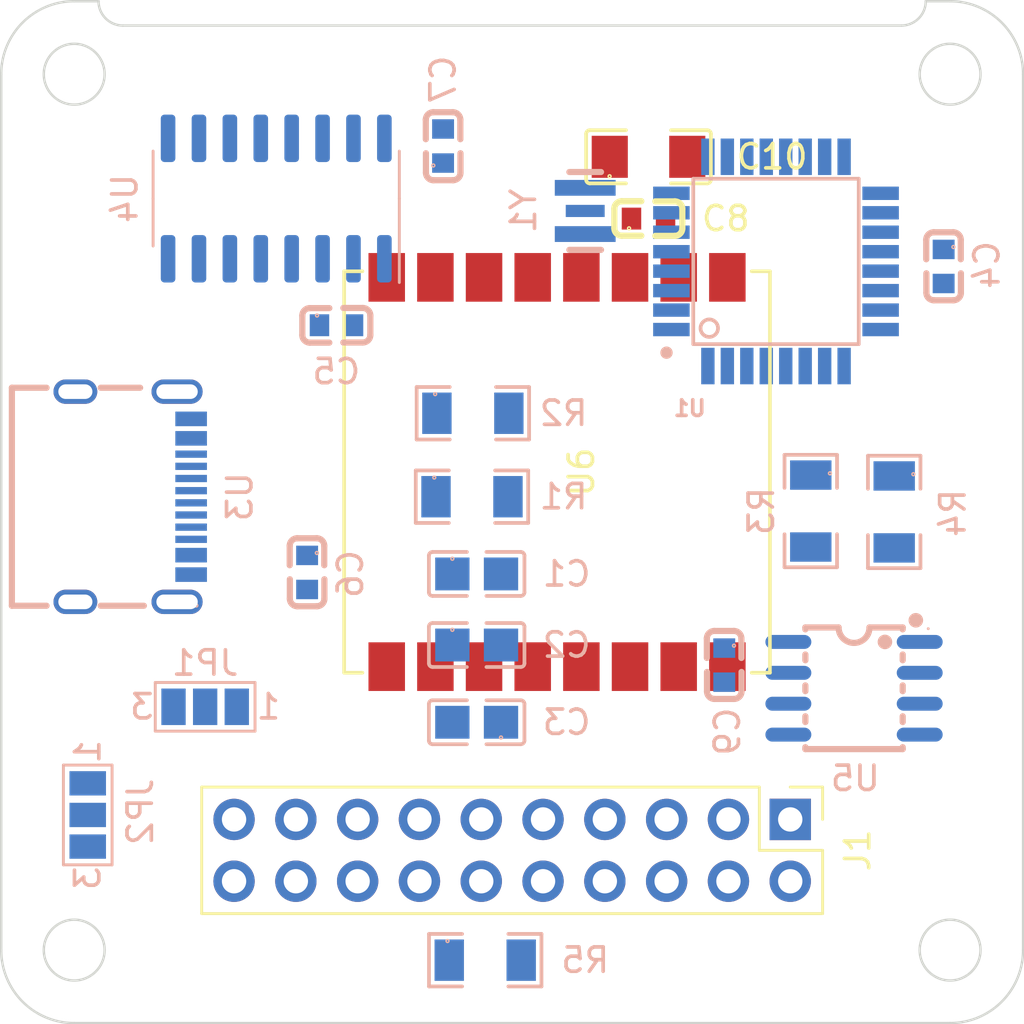
<source format=kicad_pcb>
(kicad_pcb (version 20221018) (generator pcbnew)
  (layers (0 "F.Cu" signal) (31 "B.Cu" signal) (34 "B.Paste" user) (35 "F.Paste" user) (36 "B.SilkS" user "B.Silkscreen") (37 "F.SilkS" user "F.Silkscreen") (38 "B.Mask" user) (39 "F.Mask" user) (44 "Edge.Cuts" user))
  (net 0 "")
  (net 1 "GND")
  (net 2 "+3V3")
  (net 3 "Net-(U1-AREF)")
  (net 4 "VUSB")
  (net 5 "Net-(U4-~{DTR})")
  (net 6 "MCU_NRESET")
  (net 7 "RS485_SDA")
  (net 8 "RS485_SDB")
  (net 12 "Net-(J1-3V3)")
  (net 15 "I2C_SDA")
  (net 16 "I2C_SCL")
  (net 19 "Net-(J1-S1_3V3)")
  (net 20 "Net-(J1-S2_3V3)")
  (net 23 "Net-(JP1-B)")
  (net 24 "Net-(U3-CC1)")
  (net 25 "Net-(U3-CC2)")
  (net 26 "Net-(U1-PD0(RXD))")
  (net 27 "Net-(U1-PD1(TXD))")
  (net 28 "RF_DIO1")
  (net 29 "RF_DIO2")
  (net 30 "Net-(U1-PB6(XTAL1{slash}TOSC1))")
  (net 31 "Net-(U1-PB7(XTAL2{slash}TOSC2))")
  (net 32 "RF_DIO3")
  (net 33 "RF_DIO4")
  (net 34 "RF_DIO5")
  (net 36 "SPI_MOSI")
  (net 37 "SPI_MISO")
  (net 38 "SPI_SCK")
  (net 43 "RF_NSS")
  (net 44 "RF_NRESET")
  (net 45 "RF_DIO0")
  (net 46 "USB_DP")
  (net 47 "USB_DN")
  (net 59 "RS485_NRE")
  (net 60 "RS485_DE")
  (net 66 "RS485_RO")
  (net 67 "RS485_DI")
  (footprint "C3216X5R1V226MTJ00E (22uF):C3216X5R1V226MTJ00E" (layer "F.Cu") (at 148.524975 97.155)
    (fp_text reference "C10" (at 5.08 0) (layer "F.SilkS"))
    (fp_text value "22uF" hide)
    (fp_line (start -2.563602 0.940208) (end -2.563602 -0.940208) (stroke (width 0.1524)) (layer "F.SilkS"))
    (fp_line (start -2.411201 -1.092609) (end -0.926213 -1.092609) (stroke (width 0.1524)) (layer "F.SilkS"))
    (fp_line (start -0.926213 1.092609) (end -2.411201 1.092609) (stroke (width 0.1524)) (layer "F.SilkS"))
    (fp_line (start 0.926213 1.092609) (end 2.411201 1.092609) (stroke (width 0.1524)) (layer "F.SilkS"))
    (fp_line (start 2.411201 -1.092609) (end 0.926213 -1.092609) (stroke (width 0.1524)) (layer "F.SilkS"))
    (fp_line (start 2.563602 0.940208) (end 2.563602 -0.940208) (stroke (width 0.1524)) (layer "F.SilkS"))
    (fp_arc (start -2.563602 -0.940208) (mid -2.518965 -1.047972) (end -2.411201 -1.092609) (stroke (width 0.1524)) (layer "F.SilkS"))
    (fp_arc (start -2.411201 1.092609) (mid -2.518965 1.047972) (end -2.563602 0.940208) (stroke (width 0.1524)) (layer "F.SilkS"))
    (fp_arc (start 2.411201 -1.092609) (mid 2.518965 -1.047972) (end 2.563602 -0.940208) (stroke (width 0.1524)) (layer "F.SilkS"))
    (fp_arc (start 2.563602 0.940208) (mid 2.518965 1.047972) (end 2.411201 1.092609) (stroke (width 0.1524)) (layer "F.SilkS"))
    (fp_circle (center -1.599949 0.800102) (end -1.569977 0.800102) (stroke (width 0.059995)) (fill none) (layer "F.SilkS"))
    (pad "1" smd rect (at -1.592583 0) (size 1.485014 1.727991) (layers "F.Cu" "F.Paste" "F.Mask") (net 2 "+3V3"))
    (pad "2" smd rect (at 1.592583 0) (size 1.485014 1.727991) (layers "F.Cu" "F.Paste" "F.Mask") (net 1 "GND"))
  )
  (footprint "RF_Module:Ai-Thinker-Ra-01-LoRa" (layer "F.Cu") (at 144.765 110.11 -90)
    (fp_text reference "U6" (at 0 -1 90) (layer "F.SilkS"))
    (fp_text value "Ai-Thinker-Ra-01")
    (fp_line (start -8.25 -8.75) (end 8.25 -8.75) (stroke (width 0.15)) (layer "F.SilkS"))
    (fp_line (start -8.25 -8) (end -8.25 -8.75) (stroke (width 0.15)) (layer "F.SilkS"))
    (fp_line (start -8.25 8) (end -8.25 8.75) (stroke (width 0.15)) (layer "F.SilkS"))
    (fp_line (start -8.25 8.75) (end 8.25 8.75) (stroke (width 0.15)) (layer "F.SilkS"))
    (fp_line (start 8.25 -8.75) (end 8.25 -8) (stroke (width 0.15)) (layer "F.SilkS"))
    (fp_line (start 8.25 8.75) (end 8.25 8) (stroke (width 0.15)) (layer "F.SilkS"))
    (pad "1" smd rect (at -8 -7 270) (size 2 1.5) (layers "F.Cu" "F.Paste" "F.Mask"))
    (pad "2" smd rect (at -8 -5 270) (size 2 1.5) (layers "F.Cu" "F.Paste" "F.Mask") (net 1 "GND"))
    (pad "3" smd rect (at -8 -3 270) (size 2 1.5) (layers "F.Cu" "F.Paste" "F.Mask") (net 2 "+3V3"))
    (pad "4" smd rect (at -8 -1 270) (size 2 1.5) (layers "F.Cu" "F.Paste" "F.Mask") (net 44 "RF_NRESET"))
    (pad "5" smd rect (at -8 1 270) (size 2 1.5) (layers "F.Cu" "F.Paste" "F.Mask") (net 45 "RF_DIO0"))
    (pad "6" smd rect (at -8 3 270) (size 2 1.5) (layers "F.Cu" "F.Paste" "F.Mask") (net 28 "RF_DIO1"))
    (pad "7" smd rect (at -8 5 270) (size 2 1.5) (layers "F.Cu" "F.Paste" "F.Mask"))
    (pad "8" smd rect (at -8 7 270) (size 2 1.5) (layers "F.Cu" "F.Paste" "F.Mask"))
    (pad "9" smd rect (at 8 7 270) (size 2 1.5) (layers "F.Cu" "F.Paste" "F.Mask") (net 1 "GND"))
    (pad "10" smd rect (at 8 5 270) (size 2 1.5) (layers "F.Cu" "F.Paste" "F.Mask"))
    (pad "11" smd rect (at 8 3 270) (size 2 1.5) (layers "F.Cu" "F.Paste" "F.Mask"))
    (pad "12" smd rect (at 8 1 270) (size 2 1.5) (layers "F.Cu" "F.Paste" "F.Mask") (net 38 "SPI_SCK"))
    (pad "13" smd rect (at 8 -1 270) (size 2 1.5) (layers "F.Cu" "F.Paste" "F.Mask") (net 37 "SPI_MISO"))
    (pad "14" smd rect (at 8 -3 270) (size 2 1.5) (layers "F.Cu" "F.Paste" "F.Mask") (net 36 "SPI_MOSI"))
    (pad "15" smd rect (at 8 -5 270) (size 2 1.5) (layers "F.Cu" "F.Paste" "F.Mask") (net 43 "RF_NSS"))
    (pad "16" smd rect (at 8 -7 270) (size 2 1.5) (layers "F.Cu" "F.Paste" "F.Mask") (net 1 "GND"))
  )
  (footprint "Connector_PinSocket_2.54mm:PinSocket_2x10_P2.54mm_Vertical" (layer "F.Cu") (at 154.35 126.93 -90)
    (fp_text reference "J1" (at -1.27 -2.77 90) (layer "F.SilkS"))
    (fp_text value "Conn_02x10_PQSU")
    (fp_line (start -3.87 -1.33) (end -3.87 0) (stroke (width 0.12)) (layer "F.SilkS"))
    (fp_line (start -3.87 1.27) (end -3.87 24.19) (stroke (width 0.12)) (layer "F.SilkS"))
    (fp_line (start -2.54 -1.33) (end -3.87 -1.33) (stroke (width 0.12)) (layer "F.SilkS"))
    (fp_line (start -1.27 -1.33) (end -1.27 1.27) (stroke (width 0.12)) (layer "F.SilkS"))
    (fp_line (start -1.27 1.27) (end -3.87 1.27) (stroke (width 0.12)) (layer "F.SilkS"))
    (fp_line (start 1.33 -1.33) (end -1.27 -1.33) (stroke (width 0.12)) (layer "F.SilkS"))
    (fp_line (start 1.33 -1.33) (end 1.33 24.19) (stroke (width 0.12)) (layer "F.SilkS"))
    (fp_line (start 1.33 24.19) (end -3.87 24.19) (stroke (width 0.12)) (layer "F.SilkS"))
    (pad "1" thru_hole rect (at -2.54 0 270) (size 1.7 1.7) (drill 1) (layers "*.Cu" "*.Mask") (net 7 "RS485_SDA"))
    (pad "2" thru_hole oval (at 0 0 270) (size 1.7 1.7) (drill 1) (layers "*.Cu" "*.Mask") (net 1 "GND"))
    (pad "3" thru_hole oval (at -2.54 2.54 270) (size 1.7 1.7) (drill 1) (layers "*.Cu" "*.Mask") (net 8 "RS485_SDB"))
    (pad "4" thru_hole oval (at 0 2.54 270) (size 1.7 1.7) (drill 1) (layers "*.Cu" "*.Mask"))
    (pad "5" thru_hole oval (at -2.54 5.08 270) (size 1.7 1.7) (drill 1) (layers "*.Cu" "*.Mask"))
    (pad "6" thru_hole oval (at 0 5.08 270) (size 1.7 1.7) (drill 1) (layers "*.Cu" "*.Mask"))
    (pad "7" thru_hole oval (at -2.54 7.62 270) (size 1.7 1.7) (drill 1) (layers "*.Cu" "*.Mask") (net 12 "Net-(J1-3V3)"))
    (pad "8" thru_hole oval (at 0 7.62 270) (size 1.7 1.7) (drill 1) (layers "*.Cu" "*.Mask") (net 1 "GND"))
    (pad "9" thru_hole oval (at -2.54 10.16 270) (size 1.7 1.7) (drill 1) (layers "*.Cu" "*.Mask"))
    (pad "10" thru_hole oval (at 0 10.16 270) (size 1.7 1.7) (drill 1) (layers "*.Cu" "*.Mask"))
    (pad "11" thru_hole oval (at -2.54 12.7 270) (size 1.7 1.7) (drill 1) (layers "*.Cu" "*.Mask") (net 15 "I2C_SDA"))
    (pad "12" thru_hole oval (at 0 12.7 270) (size 1.7 1.7) (drill 1) (layers "*.Cu" "*.Mask") (net 1 "GND"))
    (pad "13" thru_hole oval (at -2.54 15.24 270) (size 1.7 1.7) (drill 1) (layers "*.Cu" "*.Mask") (net 16 "I2C_SCL"))
    (pad "14" thru_hole oval (at 0 15.24 270) (size 1.7 1.7) (drill 1) (layers "*.Cu" "*.Mask"))
    (pad "15" thru_hole oval (at -2.54 17.78 270) (size 1.7 1.7) (drill 1) (layers "*.Cu" "*.Mask"))
    (pad "16" thru_hole oval (at 0 17.78 270) (size 1.7 1.7) (drill 1) (layers "*.Cu" "*.Mask") (net 19 "Net-(J1-S1_3V3)"))
    (pad "17" thru_hole oval (at -2.54 20.32 270) (size 1.7 1.7) (drill 1) (layers "*.Cu" "*.Mask") (net 20 "Net-(J1-S2_3V3)"))
    (pad "18" thru_hole oval (at 0 20.32 270) (size 1.7 1.7) (drill 1) (layers "*.Cu" "*.Mask") (net 1 "GND"))
    (pad "19" thru_hole oval (at -2.54 22.86 270) (size 1.7 1.7) (drill 1) (layers "*.Cu" "*.Mask"))
    (pad "20" thru_hole oval (at 0 22.86 270) (size 1.7 1.7) (drill 1) (layers "*.Cu" "*.Mask"))
  )
  (footprint "06035C104K4Z2A (100nF):06035C104K4Z2A" (layer "F.Cu") (at 148.524975 99.695)
    (fp_text reference "C8" (at 3.175 0) (layer "F.SilkS"))
    (fp_text value "100nF" hide)
    (fp_line (start -1.405461 -0.405613) (end -1.405461 0.394361) (stroke (width 0.254001)) (layer "F.SilkS"))
    (fp_line (start -0.295631 -0.715443) (end -1.095631 -0.715443) (stroke (width 0.254001)) (layer "F.SilkS"))
    (fp_line (start -0.295631 0.704166) (end -1.095631 0.704166) (stroke (width 0.254001)) (layer "F.SilkS"))
    (fp_line (start 0.280264 -0.709627) (end 1.080239 -0.709627) (stroke (width 0.254001)) (layer "F.SilkS"))
    (fp_line (start 0.280264 0.710033) (end 1.080239 0.710033) (stroke (width 0.254001)) (layer "F.SilkS"))
    (fp_line (start 1.390018 -0.399771) (end 1.390018 0.400254) (stroke (width 0.254001)) (layer "F.SilkS"))
    (fp_arc (start -1.405512 -0.405613) (mid -1.314765 -0.624696) (end -1.095682 -0.715443) (stroke (width 0.254001)) (layer "F.SilkS"))
    (fp_arc (start -1.095682 0.704216) (mid -1.314773 0.61346) (end -1.405511 0.394362) (stroke (width 0.254001)) (layer "F.SilkS"))
    (fp_arc (start 1.080188 -0.709627) (mid 1.29928 -0.618871) (end 1.390018 -0.399772) (stroke (width 0.254001)) (layer "F.SilkS"))
    (fp_arc (start 1.390018 0.400203) (mid 1.299271 0.619286) (end 1.080188 0.710033) (stroke (width 0.254001)) (layer "F.SilkS"))
    (fp_circle (center -0.800102 0.400051) (end -0.77013 0.400051) (stroke (width 0.059995)) (fill none) (layer "F.SilkS"))
    (pad "1" smd rect (at -0.700025 0) (size 0.8 0.9) (layers "F.Cu" "F.Paste" "F.Mask") (net 2 "+3V3"))
    (pad "2" smd rect (at 0.700025 0) (size 0.8 0.9) (layers "F.Cu" "F.Paste" "F.Mask") (net 1 "GND"))
  )
  (footprint "CL21B105KAFNNNE (1uF):CL21B105KAFNNNE" (layer "B.Cu") (at 141.462 114.3)
    (fp_text reference "C1" (at 3.699 0) (layer "B.SilkS") (effects (justify mirror)))
    (fp_text value "1uF" hide)
    (fp_line (start -1.963602 -0.751207) (end -1.963602 0.751207) (stroke (width 0.1524)) (layer "B.SilkS"))
    (fp_line (start -1.811201 0.903607) (end -0.401194 0.903607) (stroke (width 0.1524)) (layer "B.SilkS"))
    (fp_line (start -0.401194 -0.903607) (end -1.811201 -0.903607) (stroke (width 0.1524)) (layer "B.SilkS"))
    (fp_line (start 0.401194 -0.903607) (end 1.811201 -0.903607) (stroke (width 0.1524)) (layer "B.SilkS"))
    (fp_line (start 1.811201 0.903607) (end 0.401194 0.903607) (stroke (width 0.1524)) (layer "B.SilkS"))
    (fp_line (start 1.963602 -0.751207) (end 1.963602 0.751207) (stroke (width 0.1524)) (layer "B.SilkS"))
    (fp_arc (start -1.963601 -0.751207) (mid -1.918964 -0.85897) (end -1.811201 -0.903607) (stroke (width 0.1524)) (layer "B.SilkS"))
    (fp_arc (start -1.811201 0.903608) (mid -1.918965 0.858971) (end -1.963602 0.751207) (stroke (width 0.1524)) (layer "B.SilkS"))
    (fp_arc (start 1.811201 -0.903608) (mid 1.918967 -0.858971) (end 1.963602 -0.751207) (stroke (width 0.1524)) (layer "B.SilkS"))
    (fp_arc (start 1.963601 0.751207) (mid 1.918962 0.858966) (end 1.811201 0.903607) (stroke (width 0.1524)) (layer "B.SilkS"))
    (fp_circle (center -1 -0.625095) (end -0.970028 -0.625095) (stroke (width 0.059995)) (fill none) (layer "B.SilkS"))
    (pad "1" smd rect (at -1 0) (size 1.410008 1.350013) (layers "B.Cu" "B.Paste" "B.Mask") (net 2 "+3V3"))
    (pad "2" smd rect (at 1 0) (size 1.410008 1.350013) (layers "B.Cu" "B.Paste" "B.Mask") (net 1 "GND"))
  )
  (footprint "06035C104K4Z2A (100nF):06035C104K4Z2A" (layer "B.Cu") (at 140.081 96.712 90)
    (fp_text reference "C7" (at 2.732025 0 90) (layer "B.SilkS") (effects (justify mirror)))
    (fp_text value "100nF" hide)
    (fp_line (start -1.405461 0.405613) (end -1.405461 -0.394361) (stroke (width 0.254)) (layer "B.SilkS"))
    (fp_line (start -0.295631 -0.704166) (end -1.095631 -0.704166) (stroke (width 0.254)) (layer "B.SilkS"))
    (fp_line (start -0.295631 0.715443) (end -1.095631 0.715443) (stroke (width 0.254)) (layer "B.SilkS"))
    (fp_line (start 0.280264 -0.710033) (end 1.080239 -0.710033) (stroke (width 0.254)) (layer "B.SilkS"))
    (fp_line (start 0.280264 0.709627) (end 1.080239 0.709627) (stroke (width 0.254)) (layer "B.SilkS"))
    (fp_line (start 1.390018 0.399771) (end 1.390018 -0.400254) (stroke (width 0.254)) (layer "B.SilkS"))
    (fp_arc (start -1.405511 -0.394362) (mid -1.314773 -0.61346) (end -1.095682 -0.704216) (stroke (width 0.254)) (layer "B.SilkS"))
    (fp_arc (start -1.095682 0.715443) (mid -1.314765 0.624696) (end -1.405512 0.405613) (stroke (width 0.254)) (layer "B.SilkS"))
    (fp_arc (start 1.080188 -0.710033) (mid 1.29927 -0.619284) (end 1.390018 -0.400203) (stroke (width 0.254)) (layer "B.SilkS"))
    (fp_arc (start 1.390018 0.399772) (mid 1.29928 0.618869) (end 1.080188 0.709627) (stroke (width 0.254)) (layer "B.SilkS"))
    (fp_circle (center -0.800102 -0.400051) (end -0.77013 -0.400051) (stroke (width 0.059995)) (fill none) (layer "B.SilkS"))
    (pad "1" smd rect (at -0.700025 0 90) (size 0.8 0.9) (layers "B.Cu" "B.Paste" "B.Mask") (net 6 "MCU_NRESET"))
    (pad "2" smd rect (at 0.700025 0 90) (size 0.8 0.9) (layers "B.Cu" "B.Paste" "B.Mask") (net 5 "Net-(U4-~{DTR})"))
  )
  (footprint "0805X475K160NT (4.7uF):0805X475K160NT" (layer "B.Cu") (at 141.462 117.221)
    (fp_text reference "C2" (at 3.699 0) (layer "B.SilkS") (effects (justify mirror)))
    (fp_text value "4.7uF" hide)
    (fp_line (start -1.963602 -0.751207) (end -1.963602 0.751207) (stroke (width 0.1524)) (layer "B.SilkS"))
    (fp_line (start -1.811201 0.903607) (end -0.401194 0.903607) (stroke (width 0.1524)) (layer "B.SilkS"))
    (fp_line (start -0.401194 -0.903607) (end -1.811201 -0.903607) (stroke (width 0.1524)) (layer "B.SilkS"))
    (fp_line (start 0.401194 -0.903607) (end 1.811201 -0.903607) (stroke (width 0.1524)) (layer "B.SilkS"))
    (fp_line (start 1.811201 0.903607) (end 0.401194 0.903607) (stroke (width 0.1524)) (layer "B.SilkS"))
    (fp_line (start 1.963602 -0.751207) (end 1.963602 0.751207) (stroke (width 0.1524)) (layer "B.SilkS"))
    (fp_arc (start -1.963601 -0.751207) (mid -1.918964 -0.85897) (end -1.811201 -0.903607) (stroke (width 0.1524)) (layer "B.SilkS"))
    (fp_arc (start -1.811201 0.903608) (mid -1.918965 0.858971) (end -1.963602 0.751207) (stroke (width 0.1524)) (layer "B.SilkS"))
    (fp_arc (start 1.811201 -0.903608) (mid 1.918967 -0.858971) (end 1.963602 -0.751207) (stroke (width 0.1524)) (layer "B.SilkS"))
    (fp_arc (start 1.963601 0.751207) (mid 1.918962 0.858966) (end 1.811201 0.903607) (stroke (width 0.1524)) (layer "B.SilkS"))
    (fp_circle (center -1 -0.625095) (end -0.970028 -0.625095) (stroke (width 0.059995)) (fill none) (layer "B.SilkS"))
    (pad "1" smd rect (at -1 0) (size 1.410008 1.350013) (layers "B.Cu" "B.Paste" "B.Mask") (net 2 "+3V3"))
    (pad "2" smd rect (at 1 0) (size 1.410008 1.350013) (layers "B.Cu" "B.Paste" "B.Mask") (net 1 "GND"))
  )
  (footprint "CR1206J40122G:CR1206J40122G" (layer "B.Cu") (at 158.623 111.751373 -90)
    (fp_text reference "R4" (at 0.045209 -2.413 90) (layer "B.SilkS") (effects (justify mirror)))
    (fp_text value "1.2k" hide)
    (fp_line (start -2.311125 -1.079096) (end -2.311125 1.079096) (stroke (width 0.1524)) (layer "B.SilkS"))
    (fp_line (start -2.311125 1.079096) (end -0.951207 1.079096) (stroke (width 0.1524)) (layer "B.SilkS"))
    (fp_line (start -0.951207 -1.079096) (end -2.311125 -1.079096) (stroke (width 0.1524)) (layer "B.SilkS"))
    (fp_line (start 0.951207 -1.079096) (end 2.311125 -1.079096) (stroke (width 0.1524)) (layer "B.SilkS"))
    (fp_line (start 2.311125 -1.079096) (end 2.311125 1.079096) (stroke (width 0.1524)) (layer "B.SilkS"))
    (fp_line (start 2.311125 1.079096) (end 0.951207 1.079096) (stroke (width 0.1524)) (layer "B.SilkS"))
    (fp_circle (center -1.549911 -0.787402) (end -1.519939 -0.787402) (stroke (width 0.059995)) (fill none) (layer "B.SilkS"))
    (pad "1" smd rect (at -1.478791 0 270) (size 1.207518 1.701016) (layers "B.Cu" "B.Paste" "B.Mask") (net 27 "Net-(U1-PD1(TXD))"))
    (pad "2" smd rect (at 1.478791 0 270) (size 1.207518 1.701016) (layers "B.Cu" "B.Paste" "B.Mask") (net 67 "RS485_DI"))
  )
  (footprint "CL21B105KAFNNNE (1uF):CL21B105KAFNNNE" (layer "B.Cu") (at 141.462 120.396 180)
    (fp_text reference "C3" (at -3.699 0) (layer "B.SilkS") (effects (justify mirror)))
    (fp_text value "1uF" hide)
    (fp_line (start -1.963602 -0.751207) (end -1.963602 0.751207) (stroke (width 0.1524)) (layer "B.SilkS"))
    (fp_line (start -1.811201 0.903607) (end -0.401194 0.903607) (stroke (width 0.1524)) (layer "B.SilkS"))
    (fp_line (start -0.401194 -0.903607) (end -1.811201 -0.903607) (stroke (width 0.1524)) (layer "B.SilkS"))
    (fp_line (start 0.401194 -0.903607) (end 1.811201 -0.903607) (stroke (width 0.1524)) (layer "B.SilkS"))
    (fp_line (start 1.811201 0.903607) (end 0.401194 0.903607) (stroke (width 0.1524)) (layer "B.SilkS"))
    (fp_line (start 1.963602 -0.751207) (end 1.963602 0.751207) (stroke (width 0.1524)) (layer "B.SilkS"))
    (fp_arc (start -1.963601 -0.751207) (mid -1.918964 -0.85897) (end -1.811201 -0.903607) (stroke (width 0.1524)) (layer "B.SilkS"))
    (fp_arc (start -1.811201 0.903608) (mid -1.918965 0.858971) (end -1.963602 0.751207) (stroke (width 0.1524)) (layer "B.SilkS"))
    (fp_arc (start 1.811201 -0.903608) (mid 1.918967 -0.858971) (end 1.963602 -0.751207) (stroke (width 0.1524)) (layer "B.SilkS"))
    (fp_arc (start 1.963601 0.751207) (mid 1.918962 0.858966) (end 1.811201 0.903607) (stroke (width 0.1524)) (layer "B.SilkS"))
    (fp_circle (center -1 -0.625095) (end -0.970028 -0.625095) (stroke (width 0.059995)) (fill none) (layer "B.SilkS"))
    (pad "1" smd rect (at -1 0 180) (size 1.410008 1.350013) (layers "B.Cu" "B.Paste" "B.Mask") (net 2 "+3V3"))
    (pad "2" smd rect (at 1 0 180) (size 1.410008 1.350013) (layers "B.Cu" "B.Paste" "B.Mask") (net 1 "GND"))
  )
  (footprint "ST3485EBDR:ST3485EBDR" (layer "B.Cu") (at 156.972 118.999 -90)
    (fp_text reference "U5" (at 3.703439 -0.053594 -180) (layer "B.SilkS") (effects (justify mirror)))
    (fp_text value "ST3485EBDR" hide)
    (fp_line (start -2.5 -2) (end -2.5 -0.635001) (stroke (width 0.254001)) (layer "B.SilkS"))
    (fp_line (start -2.5 -2) (end -2.421438 -2) (stroke (width 0.254001)) (layer "B.SilkS"))
    (fp_line (start -2.5 2) (end -2.5 0.635001) (stroke (width 0.254001)) (layer "B.SilkS"))
    (fp_line (start -2.5 2) (end -2.421438 2) (stroke (width 0.254001)) (layer "B.SilkS"))
    (fp_line (start -1.38857 -2) (end -1.151435 -2) (stroke (width 0.254001)) (layer "B.SilkS"))
    (fp_line (start -1.38857 2) (end -1.151435 2) (stroke (width 0.254001)) (layer "B.SilkS"))
    (fp_line (start -0.118567 -2) (end 0.118567 -2) (stroke (width 0.254001)) (layer "B.SilkS"))
    (fp_line (start -0.118567 2) (end 0.118567 2) (stroke (width 0.254001)) (layer "B.SilkS"))
    (fp_line (start 1.151435 -2) (end 1.38857 -2) (stroke (width 0.254001)) (layer "B.SilkS"))
    (fp_line (start 1.151435 2) (end 1.38857 2) (stroke (width 0.254001)) (layer "B.SilkS"))
    (fp_line (start 2.421438 -2) (end 2.5 -2) (stroke (width 0.254001)) (layer "B.SilkS"))
    (fp_line (start 2.421438 2) (end 2.5 2) (stroke (width 0.254001)) (layer "B.SilkS"))
    (fp_line (start 2.5 2) (end 2.5 -2) (stroke (width 0.254001)) (layer "B.SilkS"))
    (fp_arc (start -2.499999 -0.635001) (mid -1.864681 -0.000317) (end -2.499365 0.635001) (stroke (width 0.254001)) (layer "B.SilkS"))
    (fp_circle (center -2.794006 -2.540005) (end -2.643891 -2.540005) (stroke (width 0.3)) (fill none) (layer "B.SilkS"))
    (fp_circle (center -2.450013 -3.050013) (end -2.420015 -3.050013) (stroke (width 0.059995)) (fill none) (layer "B.SilkS"))
    (fp_circle (center -1.905004 -1.270003) (end -1.75489 -1.270003) (stroke (width 0.3)) (fill none) (layer "B.SilkS"))
    (pad "1" smd oval (at -1.905004 -2.699009 270) (size 0.57399 1.888011) (layers "B.Cu" "B.Paste" "B.Mask") (net 66 "RS485_RO"))
    (pad "2" smd oval (at -0.635001 -2.699009 270) (size 0.57399 1.888011) (layers "B.Cu" "B.Paste" "B.Mask") (net 59 "RS485_NRE"))
    (pad "3" smd oval (at 0.635001 -2.699009 270) (size 0.57399 1.888011) (layers "B.Cu" "B.Paste" "B.Mask") (net 60 "RS485_DE"))
    (pad "4" smd oval (at 1.905004 -2.699009 270) (size 0.57399 1.888011) (layers "B.Cu" "B.Paste" "B.Mask") (net 67 "RS485_DI"))
    (pad "5" smd oval (at 1.905004 2.699009 270) (size 0.57399 1.888011) (layers "B.Cu" "B.Paste" "B.Mask") (net 1 "GND"))
    (pad "6" smd oval (at 0.635001 2.699009 270) (size 0.57399 1.888011) (layers "B.Cu" "B.Paste" "B.Mask") (net 7 "RS485_SDA"))
    (pad "7" smd oval (at -0.635001 2.699009 270) (size 0.57399 1.888011) (layers "B.Cu" "B.Paste" "B.Mask") (net 8 "RS485_SDB"))
    (pad "8" smd oval (at -1.905004 2.699009 270) (size 0.57399 1.888011) (layers "B.Cu" "B.Paste" "B.Mask") (net 2 "+3V3"))
  )
  (footprint "CSTCE16M0V53-R0:CSTCE16M0V53-R0" (layer "B.Cu") (at 145.923 99.380038 90)
    (fp_text reference "Y1" (at 0 -2.54 90) (layer "B.SilkS") (effects (justify mirror)))
    (fp_text value "16 MHz")
    (fp_line (start -1.599949 0.649987) (end -1.599949 -0.649987) (stroke (width 0.254)) (layer "B.SilkS"))
    (fp_line (start 1.599949 -0.649987) (end 1.599949 0.649987) (stroke (width 0.254)) (layer "B.SilkS"))
    (fp_circle (center -1.6 -0.650013) (end -1.570003 -0.650013) (stroke (width 0.059995)) (fill none) (layer "B.SilkS"))
    (pad "1" smd rect (at -0.949962 0) (size 2.5 0.650013) (layers "B.Cu" "B.Paste" "B.Mask") (net 30 "Net-(U1-PB6(XTAL1{slash}TOSC1))"))
    (pad "2" smd rect (at 0 0) (size 1.6 0.5) (layers "B.Cu" "B.Paste" "B.Mask") (net 1 "GND"))
    (pad "3" smd rect (at 0.949962 0) (size 2.5 0.650013) (layers "B.Cu" "B.Paste" "B.Mask") (net 31 "Net-(U1-PB7(XTAL2{slash}TOSC2))"))
  )
  (footprint "ATMEGA328P-AU:QFP80P900X900X120-32N" (layer "B.Cu") (at 153.765 101.455)
    (fp_text reference "U1" (at -3.543445 6.038067 180) (layer "B.SilkS") (effects (font (size 0.641239 0.641239)) (justify mirror)))
    (fp_text value "ATMEGA328P-AU" hide)
    (fp_line (start -3.4 -3.4) (end -3.4 3.4) (stroke (width 0.1524)) (layer "B.SilkS"))
    (fp_line (start -3.4 3.4) (end 3.4 3.4) (stroke (width 0.1524)) (layer "B.SilkS"))
    (fp_line (start 3.4 -3.4) (end -3.4 -3.4) (stroke (width 0.1524)) (layer "B.SilkS"))
    (fp_line (start 3.4 3.4) (end 3.4 -3.4) (stroke (width 0.1524)) (layer "B.SilkS"))
    (fp_circle (center -4.5 3.75) (end -4.246 3.75) (fill solid) (layer "B.SilkS"))
    (fp_circle (center -2.7432 2.7432) (end -2.384 2.7432) (stroke (width 0.1524)) (fill none) (layer "B.SilkS"))
    (pad "1" smd rect (at -4.3 2.8) (size 1.5 0.55) (layers "B.Cu" "B.Paste" "B.Mask") (net 28 "RF_DIO1"))
    (pad "2" smd rect (at -4.3 2) (size 1.5 0.55) (layers "B.Cu" "B.Paste" "B.Mask") (net 29 "RF_DIO2"))
    (pad "3" smd rect (at -4.3 1.2) (size 1.5 0.55) (layers "B.Cu" "B.Paste" "B.Mask") (net 1 "GND"))
    (pad "4" smd rect (at -4.3 0.4) (size 1.5 0.55) (layers "B.Cu" "B.Paste" "B.Mask") (net 2 "+3V3"))
    (pad "5" smd rect (at -4.3 -0.4) (size 1.5 0.55) (layers "B.Cu" "B.Paste" "B.Mask") (net 1 "GND"))
    (pad "6" smd rect (at -4.3 -1.2) (size 1.5 0.55) (layers "B.Cu" "B.Paste" "B.Mask") (net 2 "+3V3"))
    (pad "7" smd rect (at -4.3 -2) (size 1.5 0.55) (layers "B.Cu" "B.Paste" "B.Mask") (net 30 "Net-(U1-PB6(XTAL1{slash}TOSC1))"))
    (pad "8" smd rect (at -4.3 -2.8) (size 1.5 0.55) (layers "B.Cu" "B.Paste" "B.Mask") (net 31 "Net-(U1-PB7(XTAL2{slash}TOSC2))"))
    (pad "9" smd rect (at -2.8 -4.3) (size 0.55 1.5) (layers "B.Cu" "B.Paste" "B.Mask") (net 32 "RF_DIO3"))
    (pad "10" smd rect (at -2 -4.3) (size 0.55 1.5) (layers "B.Cu" "B.Paste" "B.Mask") (net 33 "RF_DIO4"))
    (pad "11" smd rect (at -1.2 -4.3) (size 0.55 1.5) (layers "B.Cu" "B.Paste" "B.Mask") (net 34 "RF_DIO5"))
    (pad "12" smd rect (at -0.4 -4.3) (size 0.55 1.5) (layers "B.Cu" "B.Paste" "B.Mask") (net 44 "RF_NRESET"))
    (pad "13" smd rect (at 0.4 -4.3) (size 0.55 1.5) (layers "B.Cu" "B.Paste" "B.Mask") (net 43 "RF_NSS"))
    (pad "14" smd rect (at 1.2 -4.3) (size 0.55 1.5) (layers "B.Cu" "B.Paste" "B.Mask"))
    (pad "15" smd rect (at 2 -4.3) (size 0.55 1.5) (layers "B.Cu" "B.Paste" "B.Mask") (net 36 "SPI_MOSI"))
    (pad "16" smd rect (at 2.8 -4.3) (size 0.55 1.5) (layers "B.Cu" "B.Paste" "B.Mask") (net 37 "SPI_MISO"))
    (pad "17" smd rect (at 4.3 -2.8) (size 1.5 0.55) (layers "B.Cu" "B.Paste" "B.Mask") (net 38 "SPI_SCK"))
    (pad "18" smd rect (at 4.3 -2) (size 1.5 0.55) (layers "B.Cu" "B.Paste" "B.Mask") (net 2 "+3V3"))
    (pad "19" smd rect (at 4.3 -1.2) (size 1.5 0.55) (layers "B.Cu" "B.Paste" "B.Mask"))
    (pad "20" smd rect (at 4.3 -0.4) (size 1.5 0.55) (layers "B.Cu" "B.Paste" "B.Mask") (net 3 "Net-(U1-AREF)"))
    (pad "21" smd rect (at 4.3 0.4) (size 1.5 0.55) (layers "B.Cu" "B.Paste" "B.Mask") (net 1 "GND"))
    (pad "22" smd rect (at 4.3 1.2) (size 1.5 0.55) (layers "B.Cu" "B.Paste" "B.Mask"))
    (pad "23" smd rect (at 4.3 2) (size 1.5 0.55) (layers "B.Cu" "B.Paste" "B.Mask"))
    (pad "24" smd rect (at 4.3 2.8) (size 1.5 0.55) (layers "B.Cu" "B.Paste" "B.Mask"))
    (pad "25" smd rect (at 2.8 4.3) (size 0.55 1.5) (layers "B.Cu" "B.Paste" "B.Mask") (net 59 "RS485_NRE"))
    (pad "26" smd rect (at 2 4.3) (size 0.55 1.5) (layers "B.Cu" "B.Paste" "B.Mask") (net 60 "RS485_DE"))
    (pad "27" smd rect (at 1.2 4.3) (size 0.55 1.5) (layers "B.Cu" "B.Paste" "B.Mask") (net 15 "I2C_SDA"))
    (pad "28" smd rect (at 0.4 4.3) (size 0.55 1.5) (layers "B.Cu" "B.Paste" "B.Mask") (net 16 "I2C_SCL"))
    (pad "29" smd rect (at -0.4 4.3) (size 0.55 1.5) (layers "B.Cu" "B.Paste" "B.Mask") (net 6 "MCU_NRESET"))
    (pad "30" smd rect (at -1.2 4.3) (size 0.55 1.5) (layers "B.Cu" "B.Paste" "B.Mask") (net 26 "Net-(U1-PD0(RXD))"))
    (pad "31" smd rect (at -2 4.3) (size 0.55 1.5) (layers "B.Cu" "B.Paste" "B.Mask") (net 27 "Net-(U1-PD1(TXD))"))
    (pad "32" smd rect (at -2.8 4.3) (size 0.55 1.5) (layers "B.Cu" "B.Paste" "B.Mask") (net 45 "RF_DIO0"))
  )
  (footprint "CR1206J40512G:CR1206J40122G" (layer "B.Cu") (at 141.305791 107.696)
    (fp_text reference "R2" (at 3.728209 0) (layer "B.SilkS") (effects (justify mirror)))
    (fp_text value "5.1k" hide)
    (fp_line (start -2.311125 -1.079096) (end -2.311125 1.079096) (stroke (width 0.1524)) (layer "B.SilkS"))
    (fp_line (start -2.311125 1.079096) (end -0.951207 1.079096) (stroke (width 0.1524)) (layer "B.SilkS"))
    (fp_line (start -0.951207 -1.079096) (end -2.311125 -1.079096) (stroke (width 0.1524)) (layer "B.SilkS"))
    (fp_line (start 0.951207 -1.079096) (end 2.311125 -1.079096) (stroke (width 0.1524)) (layer "B.SilkS"))
    (fp_line (start 2.311125 -1.079096) (end 2.311125 1.079096) (stroke (width 0.1524)) (layer "B.SilkS"))
    (fp_line (start 2.311125 1.079096) (end 0.951207 1.079096) (stroke (width 0.1524)) (layer "B.SilkS"))
    (fp_circle (center -1.549911 -0.787402) (end -1.519939 -0.787402) (stroke (width 0.059995)) (fill none) (layer "B.SilkS"))
    (pad "1" smd rect (at -1.478791 0) (size 1.207518 1.701016) (layers "B.Cu" "B.Paste" "B.Mask") (net 25 "Net-(U3-CC2)"))
    (pad "2" smd rect (at 1.478791 0) (size 1.207518 1.701016) (layers "B.Cu" "B.Paste" "B.Mask") (net 1 "GND"))
  )
  (footprint "06035C104K4Z2A (100nF):06035C104K4Z2A" (layer "B.Cu") (at 135.701025 104.078)
    (fp_text reference "C5" (at -0.007722 1.905) (layer "B.SilkS") (effects (justify mirror)))
    (fp_text value "100nF" hide)
    (fp_line (start -1.405461 0.405613) (end -1.405461 -0.394361) (stroke (width 0.254001)) (layer "B.SilkS"))
    (fp_line (start -0.295631 -0.704166) (end -1.095631 -0.704166) (stroke (width 0.254001)) (layer "B.SilkS"))
    (fp_line (start -0.295631 0.715443) (end -1.095631 0.715443) (stroke (width 0.254001)) (layer "B.SilkS"))
    (fp_line (start 0.280264 -0.710033) (end 1.080239 -0.710033) (stroke (width 0.254001)) (layer "B.SilkS"))
    (fp_line (start 0.280264 0.709627) (end 1.080239 0.709627) (stroke (width 0.254001)) (layer "B.SilkS"))
    (fp_line (start 1.390018 0.399771) (end 1.390018 -0.400254) (stroke (width 0.254001)) (layer "B.SilkS"))
    (fp_arc (start -1.405511 -0.394362) (mid -1.314773 -0.61346) (end -1.095682 -0.704216) (stroke (width 0.254001)) (layer "B.SilkS"))
    (fp_arc (start -1.095682 0.715443) (mid -1.314765 0.624696) (end -1.405512 0.405613) (stroke (width 0.254001)) (layer "B.SilkS"))
    (fp_arc (start 1.080188 -0.710033) (mid 1.299271 -0.619286) (end 1.390018 -0.400203) (stroke (width 0.254001)) (layer "B.SilkS"))
    (fp_arc (start 1.390018 0.399772) (mid 1.29928 0.618871) (end 1.080188 0.709627) (stroke (width 0.254001)) (layer "B.SilkS"))
    (fp_circle (center -0.800102 -0.400051) (end -0.77013 -0.400051) (stroke (width 0.059995)) (fill none) (layer "B.SilkS"))
    (pad "1" smd rect (at -0.700025 0) (size 0.8 0.9) (layers "B.Cu" "B.Paste" "B.Mask") (net 2 "+3V3"))
    (pad "2" smd rect (at 0.700025 0) (size 0.8 0.9) (layers "B.Cu" "B.Paste" "B.Mask") (net 1 "GND"))
  )
  (footprint "06035C104K4Z2A (100nF):06035C104K4Z2A" (layer "B.Cu") (at 160.655 101.661975 -90)
    (fp_text reference "C4" (at -0.061975 -1.778 90) (layer "B.SilkS") (effects (justify mirror)))
    (fp_text value "100nF" hide)
    (fp_line (start -1.405461 0.405613) (end -1.405461 -0.394361) (stroke (width 0.254)) (layer "B.SilkS"))
    (fp_line (start -0.295631 -0.704166) (end -1.095631 -0.704166) (stroke (width 0.254)) (layer "B.SilkS"))
    (fp_line (start -0.295631 0.715443) (end -1.095631 0.715443) (stroke (width 0.254)) (layer "B.SilkS"))
    (fp_line (start 0.280264 -0.710033) (end 1.080239 -0.710033) (stroke (width 0.254)) (layer "B.SilkS"))
    (fp_line (start 0.280264 0.709627) (end 1.080239 0.709627) (stroke (width 0.254)) (layer "B.SilkS"))
    (fp_line (start 1.390018 0.399771) (end 1.390018 -0.400254) (stroke (width 0.254)) (layer "B.SilkS"))
    (fp_arc (start -1.405511 -0.394362) (mid -1.314773 -0.61346) (end -1.095682 -0.704216) (stroke (width 0.254)) (layer "B.SilkS"))
    (fp_arc (start -1.095682 0.715443) (mid -1.314765 0.624696) (end -1.405512 0.405613) (stroke (width 0.254)) (layer "B.SilkS"))
    (fp_arc (start 1.080188 -0.710033) (mid 1.29927 -0.619284) (end 1.390018 -0.400203) (stroke (width 0.254)) (layer "B.SilkS"))
    (fp_arc (start 1.390018 0.399772) (mid 1.29928 0.618869) (end 1.080188 0.709627) (stroke (width 0.254)) (layer "B.SilkS"))
    (fp_circle (center -0.800102 -0.400051) (end -0.77013 -0.400051) (stroke (width 0.059995)) (fill none) (layer "B.SilkS"))
    (pad "1" smd rect (at -0.700025 0 270) (size 0.8 0.9) (layers "B.Cu" "B.Paste" "B.Mask") (net 3 "Net-(U1-AREF)"))
    (pad "2" smd rect (at 0.700025 0 270) (size 0.8 0.9) (layers "B.Cu" "B.Paste" "B.Mask") (net 1 "GND"))
  )
  (footprint "06035C104K4Z2A (100nF):06035C104K4Z2A" (layer "B.Cu") (at 151.638 118.048025 -90)
    (fp_text reference "C9" (at 2.728975 -0.127 90) (layer "B.SilkS") (effects (justify mirror)))
    (fp_text value "100nF" hide)
    (fp_line (start -1.405461 0.405613) (end -1.405461 -0.394361) (stroke (width 0.254001)) (layer "B.SilkS"))
    (fp_line (start -0.295631 -0.704166) (end -1.095631 -0.704166) (stroke (width 0.254001)) (layer "B.SilkS"))
    (fp_line (start -0.295631 0.715443) (end -1.095631 0.715443) (stroke (width 0.254001)) (layer "B.SilkS"))
    (fp_line (start 0.280264 -0.710033) (end 1.080239 -0.710033) (stroke (width 0.254001)) (layer "B.SilkS"))
    (fp_line (start 0.280264 0.709627) (end 1.080239 0.709627) (stroke (width 0.254001)) (layer "B.SilkS"))
    (fp_line (start 1.390018 0.399771) (end 1.390018 -0.400254) (stroke (width 0.254001)) (layer "B.SilkS"))
    (fp_arc (start -1.405511 -0.394362) (mid -1.314773 -0.61346) (end -1.095682 -0.704216) (stroke (width 0.254001)) (layer "B.SilkS"))
    (fp_arc (start -1.095682 0.715443) (mid -1.314765 0.624696) (end -1.405512 0.405613) (stroke (width 0.254001)) (layer "B.SilkS"))
    (fp_arc (start 1.080188 -0.710033) (mid 1.299271 -0.619286) (end 1.390018 -0.400203) (stroke (width 0.254001)) (layer "B.SilkS"))
    (fp_arc (start 1.390018 0.399772) (mid 1.29928 0.618871) (end 1.080188 0.709627) (stroke (width 0.254001)) (layer "B.SilkS"))
    (fp_circle (center -0.800102 -0.400051) (end -0.77013 -0.400051) (stroke (width 0.059995)) (fill none) (layer "B.SilkS"))
    (pad "1" smd rect (at -0.700025 0 270) (size 0.8 0.9) (layers "B.Cu" "B.Paste" "B.Mask") (net 2 "+3V3"))
    (pad "2" smd rect (at 0.700025 0 270) (size 0.8 0.9) (layers "B.Cu" "B.Paste" "B.Mask") (net 1 "GND"))
  )
  (footprint "Jumper:SolderJumper-3_P1.3mm_Open_Pad1.0x1.5mm_NumberLabels" (layer "B.Cu") (at 130.302 119.761 180)
    (fp_text reference "JP1" (at 0 1.8) (layer "B.SilkS") (effects (justify mirror)))
    (fp_text value "Jumper_3_Open" hide)
    (fp_text user "1" (at -2.6 0) (layer "B.SilkS") (effects (justify mirror)))
    (fp_text user "3" (at 2.6 0) (layer "B.SilkS") (effects (justify mirror)))
    (fp_line (start -2.05 -1) (end -2.05 1) (stroke (width 0.12)) (layer "B.SilkS"))
    (fp_line (start -2.05 1) (end 2.05 1) (stroke (width 0.12)) (layer "B.SilkS"))
    (fp_line (start 2.05 -1) (end -2.05 -1) (stroke (width 0.12)) (layer "B.SilkS"))
    (fp_line (start 2.05 1) (end 2.05 -1) (stroke (width 0.12)) (layer "B.SilkS"))
    (pad "1" smd rect (at -1.3 0 180) (size 1 1.5) (layers "B.Cu" "B.Mask") (net 12 "Net-(J1-3V3)"))
    (pad "2" smd rect (at 0 0 180) (size 1 1.5) (layers "B.Cu" "B.Mask") (net 2 "+3V3"))
    (pad "3" smd rect (at 1.3 0 180) (size 1 1.5) (layers "B.Cu" "B.Mask") (net 23 "Net-(JP1-B)"))
  )
  (footprint "Jumper:SolderJumper-3_P1.3mm_Open_Pad1.0x1.5mm_NumberLabels" (layer "B.Cu") (at 125.476 124.206 -90)
    (fp_text reference "JP2" (at -0.127 -2.159 90) (layer "B.SilkS") (effects (justify mirror)))
    (fp_text value "Jumper_3_Open" hide)
    (fp_text user "1" (at -2.6 0 90) (layer "B.SilkS") (effects (justify mirror)))
    (fp_text user "3" (at 2.6 0 90) (layer "B.SilkS") (effects (justify mirror)))
    (fp_line (start -2.05 -1) (end -2.05 1) (stroke (width 0.12)) (layer "B.SilkS"))
    (fp_line (start -2.05 1) (end 2.05 1) (stroke (width 0.12)) (layer "B.SilkS"))
    (fp_line (start 2.05 -1) (end -2.05 -1) (stroke (width 0.12)) (layer "B.SilkS"))
    (fp_line (start 2.05 1) (end 2.05 -1) (stroke (width 0.12)) (layer "B.SilkS"))
    (pad "1" smd rect (at -1.3 0 270) (size 1 1.5) (layers "B.Cu" "B.Mask") (net 20 "Net-(J1-S2_3V3)"))
    (pad "2" smd rect (at 0 0 270) (size 1 1.5) (layers "B.Cu" "B.Mask") (net 23 "Net-(JP1-B)"))
    (pad "3" smd rect (at 1.3 0 270) (size 1 1.5) (layers "B.Cu" "B.Mask") (net 19 "Net-(J1-S1_3V3)"))
  )
  (footprint "CR1206J40512G:CR1206J40122G" (layer "B.Cu") (at 141.269209 111.125)
    (fp_text reference "R1" (at 3.764791 0) (layer "B.SilkS") (effects (justify mirror)))
    (fp_text value "5.1k" hide)
    (fp_line (start -2.311125 -1.079096) (end -2.311125 1.079096) (stroke (width 0.1524)) (layer "B.SilkS"))
    (fp_line (start -2.311125 1.079096) (end -0.951207 1.079096) (stroke (width 0.1524)) (layer "B.SilkS"))
    (fp_line (start -0.951207 -1.079096) (end -2.311125 -1.079096) (stroke (width 0.1524)) (layer "B.SilkS"))
    (fp_line (start 0.951207 -1.079096) (end 2.311125 -1.079096) (stroke (width 0.1524)) (layer "B.SilkS"))
    (fp_line (start 2.311125 -1.079096) (end 2.311125 1.079096) (stroke (width 0.1524)) (layer "B.SilkS"))
    (fp_line (start 2.311125 1.079096) (end 0.951207 1.079096) (stroke (width 0.1524)) (layer "B.SilkS"))
    (fp_circle (center -1.549911 -0.787402) (end -1.519939 -0.787402) (stroke (width 0.059995)) (fill none) (layer "B.SilkS"))
    (pad "1" smd rect (at -1.478791 0) (size 1.207518 1.701016) (layers "B.Cu" "B.Paste" "B.Mask") (net 24 "Net-(U3-CC1)"))
    (pad "2" smd rect (at 1.478791 0) (size 1.207518 1.701016) (layers "B.Cu" "B.Paste" "B.Mask") (net 1 "GND"))
  )
  (footprint "CR1206J40122G:CR1206J40122G" (layer "B.Cu") (at 141.813791 130.175)
    (fp_text reference "R5" (at 4.109209 0) (layer "B.SilkS") (effects (justify mirror)))
    (fp_text value "1.2k" hide)
    (fp_line (start -2.311125 -1.079096) (end -2.311125 1.079096) (stroke (width 0.1524)) (layer "B.SilkS"))
    (fp_line (start -2.311125 1.079096) (end -0.951207 1.079096) (stroke (width 0.1524)) (layer "B.SilkS"))
    (fp_line (start -0.951207 -1.079096) (end -2.311125 -1.079096) (stroke (width 0.1524)) (layer "B.SilkS"))
    (fp_line (start 0.951207 -1.079096) (end 2.311125 -1.079096) (stroke (width 0.1524)) (layer "B.SilkS"))
    (fp_line (start 2.311125 -1.079096) (end 2.311125 1.079096) (stroke (width 0.1524)) (layer "B.SilkS"))
    (fp_line (start 2.311125 1.079096) (end 0.951207 1.079096) (stroke (width 0.1524)) (layer "B.SilkS"))
    (fp_circle (center -1.549911 -0.787402) (end -1.519939 -0.787402) (stroke (width 0.059995)) (fill none) (layer "B.SilkS"))
    (pad "1" smd rect (at -1.478791 0) (size 1.207518 1.701016) (layers "B.Cu" "B.Paste" "B.Mask") (net 1 "GND"))
    (pad "2" smd rect (at 1.478791 0) (size 1.207518 1.701016) (layers "B.Cu" "B.Paste" "B.Mask") (net 1 "GND"))
  )
  (footprint "USB-TYPE-C-017:USB-TYPE-C-SMD_C9900008089" (layer "B.Cu") (at 127.346943 111.127041 90)
    (fp_text reference "U3" (at 0 4.378994 90) (layer "B.SilkS") (effects (justify mirror)))
    (fp_text value "USB-TYPE-C-017" hide)
    (fp_line (start -4.48001 -4.988113) (end 4.48001 -4.988113) (stroke (width 0.254)) (layer "B.SilkS"))
    (fp_line (start -4.48001 -3.563932) (end -4.48001 -4.988113) (stroke (width 0.254)) (layer "B.SilkS"))
    (fp_line (start -4.48001 0.435916) (end -4.48001 -1.337211) (stroke (width 0.254)) (layer "B.SilkS"))
    (fp_line (start 4.48001 -4.988113) (end 4.48001 -3.563932) (stroke (width 0.254)) (layer "B.SilkS"))
    (fp_line (start 4.48001 -1.337211) (end 4.48001 0.28189) (stroke (width 0.254)) (layer "B.SilkS"))
    (fp_circle (center -4.470155 2.592355) (end -4.440183 2.592355) (stroke (width 0.059995)) (fill none) (layer "B.SilkS"))
    (pad "" np_thru_hole circle (at -2.890018 1.302032 90) (size 0.649987 0.649987) (drill 0.649987) (layers "*.Cu" "*.Mask"))
    (pad "" np_thru_hole circle (at 2.890018 1.301016 90) (size 0.649987 0.649987) (drill 0.649987) (layers "*.Cu" "*.Mask"))
    (pad "1" thru_hole oval (at -4.320041 1.800889 90) (size 1 2.1) (drill oval 0.6 1.700025) (layers "*.Cu" "*.Mask") (net 1 "GND"))
    (pad "2" thru_hole oval (at 4.320041 1.800889 90) (size 1 2.1) (drill oval 0.6 1.700025) (layers "*.Cu" "*.Mask") (net 1 "GND"))
    (pad "3" thru_hole oval (at -4.320041 -2.378943 90) (size 1 1.8) (drill oval 0.6 1.4) (layers "*.Cu" "*.Mask") (net 1 "GND"))
    (pad "4" thru_hole oval (at 4.320041 -2.378943 90) (size 1 1.8) (drill oval 0.6 1.4) (layers "*.Cu" "*.Mask") (net 1 "GND"))
    (pad "A1B12" smd rect (at -3.200152 2.378994 90) (size 0.6 1.3) (layers "B.Cu" "B.Paste" "B.Mask") (net 1 "GND"))
    (pad "A4B9" smd rect (at -2.400051 2.378994 90) (size 0.6 1.3) (layers "B.Cu" "B.Paste" "B.Mask") (net 4 "VUSB"))
    (pad "A5" smd rect (at -1.249936 2.378994 90) (size 0.3 1.3) (layers "B.Cu" "B.Paste" "B.Mask") (net 24 "Net-(U3-CC1)"))
    (pad "A6" smd rect (at -0.249936 2.378994 90) (size 0.3 1.3) (layers "B.Cu" "B.Paste" "B.Mask") (net 46 "USB_DP"))
    (pad "A7" smd rect (at 0.249936 2.378994 90) (size 0.3 1.3) (layers "B.Cu" "B.Paste" "B.Mask") (net 47 "USB_DN"))
    (pad "A8" smd rect (at 1.249936 2.378994 90) (size 0.3 1.3) (layers "B.Cu" "B.Paste" "B.Mask"))
    (pad "B1A12" smd rect (at 3.199898 2.378994 90) (size 0.6 1.3) (layers "B.Cu" "B.Paste" "B.Mask") (net 1 "GND"))
    (pad "B4A9" smd rect (at 2.400051 2.378994 90) (size 0.6 1.3) (layers "B.Cu" "B.Paste" "B.Mask"))
    (pad "B5" smd rect (at 1.750064 2.378994 90) (size 0.3 1.3) (layers "B.Cu" "B.Paste" "B.Mask") (net 25 "Net-(U3-CC2)"))
    (pad "B6" smd rect (at 0.750064 2.378994 90) (size 0.3 1.3) (layers "B.Cu" "B.Paste" "B.Mask") (net 46 "USB_DP"))
    (pad "B7" smd rect (at -0.750064 2.378994 90) (size 0.3 1.3) (layers "B.Cu" "B.Paste" "B.Mask") (net 47 "USB_DN"))
    (pad "B8" smd rect (at -1.750064 2.378994 90) (size 0.3 1.3) (layers "B.Cu" "B.Paste" "B.Mask"))
  )
  (footprint "CR1206J40122G:CR1206J40122G" (layer "B.Cu") (at 155.194 111.714791 -90)
    (fp_text reference "R3" (at 0 2.032 90) (layer "B.SilkS") (effects (justify mirror)))
    (fp_text value "1.2k" hide)
    (fp_line (start -2.311125 -1.079096) (end -2.311125 1.079096) (stroke (width 0.1524)) (layer "B.SilkS"))
    (fp_line (start -2.311125 1.079096) (end -0.951207 1.079096) (stroke (width 0.1524)) (layer "B.SilkS"))
    (fp_line (start -0.951207 -1.079096) (end -2.311125 -1.079096) (stroke (width 0.1524)) (layer "B.SilkS"))
    (fp_line (start 0.951207 -1.079096) (end 2.311125 -1.079096) (stroke (width 0.1524)) (layer "B.SilkS"))
    (fp_line (start 2.311125 -1.079096) (end 2.311125 1.079096) (stroke (width 0.1524)) (layer "B.SilkS"))
    (fp_line (start 2.311125 1.079096) (end 0.951207 1.079096) (stroke (width 0.1524)) (layer "B.SilkS"))
    (fp_circle (center -1.549911 -0.787402) (end -1.519939 -0.787402) (stroke (width 0.059995)) (fill none) (layer "B.SilkS"))
    (pad "1" smd rect (at -1.478791 0 270) (size 1.207518 1.701016) (layers "B.Cu" "B.Paste" "B.Mask") (net 26 "Net-(U1-PD0(RXD))"))
    (pad "2" smd rect (at 1.478791 0 270) (size 1.207518 1.701016) (layers "B.Cu" "B.Paste" "B.Mask") (net 66 "RS485_RO"))
  )
  (footprint "Package_SO:SOIC-16_3.9x9.9mm_P1.27mm" (layer "B.Cu") (at 133.223 98.871 90)
    (fp_text reference "U4" (at 0 -6.223 90) (layer "B.SilkS") (effects (justify mirror)))
    (fp_text value "CH340C")
    (fp_line (start 0 -5.06) (end -1.95 -5.06) (stroke (width 0.12)) (layer "B.SilkS"))
    (fp_line (start 0 -5.06) (end 1.95 -5.06) (stroke (width 0.12)) (layer "B.SilkS"))
    (fp_line (start 0 5.06) (end -3.45 5.06) (stroke (width 0.12)) (layer "B.SilkS"))
    (fp_line (start 0 5.06) (end 1.95 5.06) (stroke (width 0.12)) (layer "B.SilkS"))
    (pad "1" smd roundrect (at -2.475 4.445 90) (size 1.95 0.6) (layers "B.Cu" "B.Paste" "B.Mask") (net 1 "GND"))
    (pad "2" smd roundrect (at -2.475 3.175 90) (size 1.95 0.6) (layers "B.Cu" "B.Paste" "B.Mask") (net 66 "RS485_RO"))
    (pad "3" smd roundrect (at -2.475 1.905 90) (size 1.95 0.6) (layers "B.Cu" "B.Paste" "B.Mask") (net 67 "RS485_DI"))
    (pad "4" smd roundrect (at -2.475 0.635 90) (size 1.95 0.6) (layers "B.Cu" "B.Paste" "B.Mask") (net 2 "+3V3"))
    (pad "5" smd roundrect (at -2.475 -0.635 90) (size 1.95 0.6) (layers "B.Cu" "B.Paste" "B.Mask") (net 46 "USB_DP"))
    (pad "6" smd roundrect (at -2.475 -1.905 90) (size 1.95 0.6) (layers "B.Cu" "B.Paste" "B.Mask") (net 47 "USB_DN"))
    (pad "7" smd roundrect (at -2.475 -3.175 90) (size 1.95 0.6) (layers "B.Cu" "B.Paste" "B.Mask"))
    (pad "8" smd roundrect (at -2.475 -4.445 90) (size 1.95 0.6) (layers "B.Cu" "B.Paste" "B.Mask"))
    (pad "9" smd roundrect (at 2.475 -4.445 90) (size 1.95 0.6) (layers "B.Cu" "B.Paste" "B.Mask"))
    (pad "10" smd roundrect (at 2.475 -3.175 90) (size 1.95 0.6) (layers "B.Cu" "B.Paste" "B.Mask"))
    (pad "11" smd roundrect (at 2.475 -1.905 90) (size 1.95 0.6) (layers "B.Cu" "B.Paste" "B.Mask"))
    (pad "12" smd roundrect (at 2.475 -0.635 90) (size 1.95 0.6) (layers "B.Cu" "B.Paste" "B.Mask"))
    (pad "13" smd roundrect (at 2.475 0.635 90) (size 1.95 0.6) (layers "B.Cu" "B.Paste" "B.Mask") (net 5 "Net-(U4-~{DTR})"))
    (pad "14" smd roundrect (at 2.475 1.905 90) (size 1.95 0.6) (layers "B.Cu" "B.Paste" "B.Mask"))
    (pad "15" smd roundrect (at 2.475 3.175 90) (size 1.95 0.6) (layers "B.Cu" "B.Paste" "B.Mask"))
    (pad "16" smd roundrect (at 2.475 4.445 90) (size 1.95 0.6) (layers "B.Cu" "B.Paste" "B.Mask") (net 2 "+3V3"))
  )
  (footprint "06035C104K4Z2A (100nF):06035C104K4Z2A" (layer "B.Cu") (at 134.493 114.238025 -90)
    (fp_text reference "C6" (at 0.061975 -1.778 90) (layer "B.SilkS") (effects (justify mirror)))
    (fp_text value "100nF" hide)
    (fp_line (start -1.405461 0.405613) (end -1.405461 -0.394361) (stroke (width 0.254)) (layer "B.SilkS"))
    (fp_line (start -0.295631 -0.704166) (end -1.095631 -0.704166) (stroke (width 0.254)) (layer "B.SilkS"))
    (fp_line (start -0.295631 0.715443) (end -1.095631 0.715443) (stroke (width 0.254)) (layer "B.SilkS"))
    (fp_line (start 0.280264 -0.710033) (end 1.080239 -0.710033) (stroke (width 0.254)) (layer "B.SilkS"))
    (fp_line (start 0.280264 0.709627) (end 1.080239 0.709627) (stroke (width 0.254)) (layer "B.SilkS"))
    (fp_line (start 1.390018 0.399771) (end 1.390018 -0.400254) (stroke (width 0.254)) (layer "B.SilkS"))
    (fp_arc (start -1.405511 -0.394362) (mid -1.314773 -0.61346) (end -1.095682 -0.704216) (stroke (width 0.254)) (layer "B.SilkS"))
    (fp_arc (start -1.095682 0.715443) (mid -1.314765 0.624696) (end -1.405512 0.405613) (stroke (width 0.254)) (layer "B.SilkS"))
    (fp_arc (start 1.080188 -0.710033) (mid 1.29927 -0.619284) (end 1.390018 -0.400203) (stroke (width 0.254)) (layer "B.SilkS"))
    (fp_arc (start 1.390018 0.399772) (mid 1.29928 0.618869) (end 1.080188 0.709627) (stroke (width 0.254)) (layer "B.SilkS"))
    (fp_circle (center -0.800102 -0.400051) (end -0.77013 -0.400051) (stroke (width 0.059995)) (fill none) (layer "B.SilkS"))
    (pad "1" smd rect (at -0.700025 0 270) (size 0.8 0.9) (layers "B.Cu" "B.Paste" "B.Mask") (net 4 "VUSB"))
    (pad "2" smd rect (at 0.700025 0 270) (size 0.8 0.9) (layers "B.Cu" "B.Paste" "B.Mask") (net 1 "GND"))
  )
  (gr_circle (center 124.92 129.76) (end 126.17 129.76) (stroke (width 0.1)) (fill none) (layer "Edge.Cuts"))
  (gr_arc (start 121.92 93.76) (mid 122.79868 91.63868) (end 124.92 90.76) (stroke (width 0.1)) (layer "Edge.Cuts"))
  (gr_line (start 160.92 90.76) (end 159.92 90.76) (stroke (width 0.1)) (layer "Edge.Cuts"))
  (gr_arc (start 163.92 129.76) (mid 163.04132 131.88132) (end 160.92 132.76) (stroke (width 0.1)) (layer "Edge.Cuts"))
  (gr_arc (start 160.92 90.76) (mid 163.04132 91.63868) (end 163.92 93.76) (stroke (width 0.1)) (layer "Edge.Cuts"))
  (gr_circle (center 160.92 93.76) (end 162.17 93.76) (stroke (width 0.1)) (fill none) (layer "Edge.Cuts"))
  (gr_line (start 163.92 93.76) (end 163.92 129.76) (stroke (width 0.1)) (layer "Edge.Cuts"))
  (gr_line (start 126.92 91.76) (end 158.92 91.76) (stroke (width 0.1)) (layer "Edge.Cuts"))
  (gr_line (start 160.92 132.76) (end 124.92 132.76) (stroke (width 0.1)) (layer "Edge.Cuts"))
  (gr_arc (start 159.92 90.76) (mid 159.627107 91.467107) (end 158.92 91.76) (stroke (width 0.1)) (layer "Edge.Cuts"))
  (gr_circle (center 160.92 129.76) (end 162.17 129.76) (stroke (width 0.1)) (fill none) (layer "Edge.Cuts"))
  (gr_arc (start 124.92 132.76) (mid 122.79868 131.88132) (end 121.92 129.76) (stroke (width 0.1)) (layer "Edge.Cuts"))
  (gr_circle (center 124.92 93.76) (end 126.17 93.76) (stroke (width 0.1)) (fill none) (layer "Edge.Cuts"))
  (gr_line (start 124.92 90.76) (end 125.92 90.76) (stroke (width 0.1)) (layer "Edge.Cuts"))
  (gr_line (start 121.92 129.76) (end 121.92 93.76) (stroke (width 0.1)) (layer "Edge.Cuts"))
  (gr_arc (start 126.92 91.76) (mid 126.212893 91.467107) (end 125.92 90.76) (stroke (width 0.1)) (layer "Edge.Cuts"))
)
</source>
